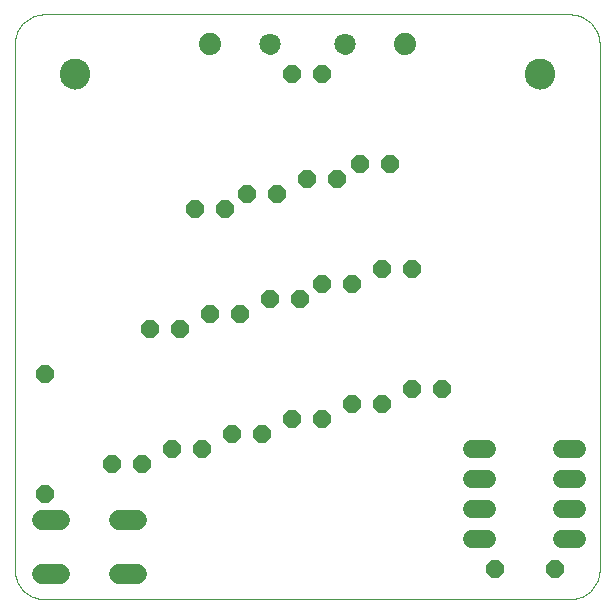
<source format=gts>
G75*
G70*
%OFA0B0*%
%FSLAX24Y24*%
%IPPOS*%
%LPD*%
%AMOC8*
5,1,8,0,0,1.08239X$1,22.5*
%
%ADD10C,0.0000*%
%ADD11C,0.1025*%
%ADD12C,0.0710*%
%ADD13OC8,0.0600*%
%ADD14C,0.0600*%
%ADD15C,0.0680*%
%ADD16C,0.0740*%
D10*
X000655Y001655D02*
X000655Y019155D01*
X000657Y019215D01*
X000662Y019276D01*
X000671Y019335D01*
X000684Y019394D01*
X000700Y019453D01*
X000720Y019510D01*
X000743Y019565D01*
X000770Y019620D01*
X000799Y019672D01*
X000832Y019723D01*
X000868Y019772D01*
X000906Y019818D01*
X000948Y019862D01*
X000992Y019904D01*
X001038Y019942D01*
X001087Y019978D01*
X001138Y020011D01*
X001190Y020040D01*
X001245Y020067D01*
X001300Y020090D01*
X001357Y020110D01*
X001416Y020126D01*
X001475Y020139D01*
X001534Y020148D01*
X001595Y020153D01*
X001655Y020155D01*
X019155Y020155D01*
X019215Y020153D01*
X019276Y020148D01*
X019335Y020139D01*
X019394Y020126D01*
X019453Y020110D01*
X019510Y020090D01*
X019565Y020067D01*
X019620Y020040D01*
X019672Y020011D01*
X019723Y019978D01*
X019772Y019942D01*
X019818Y019904D01*
X019862Y019862D01*
X019904Y019818D01*
X019942Y019772D01*
X019978Y019723D01*
X020011Y019672D01*
X020040Y019620D01*
X020067Y019565D01*
X020090Y019510D01*
X020110Y019453D01*
X020126Y019394D01*
X020139Y019335D01*
X020148Y019276D01*
X020153Y019215D01*
X020155Y019155D01*
X020155Y001655D01*
X020153Y001595D01*
X020148Y001534D01*
X020139Y001475D01*
X020126Y001416D01*
X020110Y001357D01*
X020090Y001300D01*
X020067Y001245D01*
X020040Y001190D01*
X020011Y001138D01*
X019978Y001087D01*
X019942Y001038D01*
X019904Y000992D01*
X019862Y000948D01*
X019818Y000906D01*
X019772Y000868D01*
X019723Y000832D01*
X019672Y000799D01*
X019620Y000770D01*
X019565Y000743D01*
X019510Y000720D01*
X019453Y000700D01*
X019394Y000684D01*
X019335Y000671D01*
X019276Y000662D01*
X019215Y000657D01*
X019155Y000655D01*
X001655Y000655D01*
X001595Y000657D01*
X001534Y000662D01*
X001475Y000671D01*
X001416Y000684D01*
X001357Y000700D01*
X001300Y000720D01*
X001245Y000743D01*
X001190Y000770D01*
X001138Y000799D01*
X001087Y000832D01*
X001038Y000868D01*
X000992Y000906D01*
X000948Y000948D01*
X000906Y000992D01*
X000868Y001038D01*
X000832Y001087D01*
X000799Y001138D01*
X000770Y001190D01*
X000743Y001245D01*
X000720Y001300D01*
X000700Y001357D01*
X000684Y001416D01*
X000671Y001475D01*
X000662Y001534D01*
X000657Y001595D01*
X000655Y001655D01*
X002183Y018155D02*
X002185Y018198D01*
X002191Y018240D01*
X002201Y018282D01*
X002214Y018323D01*
X002231Y018363D01*
X002252Y018400D01*
X002276Y018436D01*
X002303Y018469D01*
X002333Y018500D01*
X002366Y018528D01*
X002401Y018553D01*
X002438Y018574D01*
X002477Y018592D01*
X002517Y018606D01*
X002559Y018617D01*
X002601Y018624D01*
X002644Y018627D01*
X002687Y018626D01*
X002730Y018621D01*
X002772Y018612D01*
X002813Y018600D01*
X002853Y018584D01*
X002891Y018564D01*
X002927Y018541D01*
X002961Y018514D01*
X002993Y018485D01*
X003021Y018453D01*
X003047Y018418D01*
X003069Y018382D01*
X003088Y018343D01*
X003103Y018303D01*
X003115Y018262D01*
X003123Y018219D01*
X003127Y018176D01*
X003127Y018134D01*
X003123Y018091D01*
X003115Y018048D01*
X003103Y018007D01*
X003088Y017967D01*
X003069Y017928D01*
X003047Y017892D01*
X003021Y017857D01*
X002993Y017825D01*
X002961Y017796D01*
X002927Y017769D01*
X002891Y017746D01*
X002853Y017726D01*
X002813Y017710D01*
X002772Y017698D01*
X002730Y017689D01*
X002687Y017684D01*
X002644Y017683D01*
X002601Y017686D01*
X002559Y017693D01*
X002517Y017704D01*
X002477Y017718D01*
X002438Y017736D01*
X002401Y017757D01*
X002366Y017782D01*
X002333Y017810D01*
X002303Y017841D01*
X002276Y017874D01*
X002252Y017910D01*
X002231Y017947D01*
X002214Y017987D01*
X002201Y018028D01*
X002191Y018070D01*
X002185Y018112D01*
X002183Y018155D01*
X008840Y019155D02*
X008842Y019190D01*
X008848Y019225D01*
X008858Y019259D01*
X008871Y019292D01*
X008888Y019323D01*
X008909Y019351D01*
X008932Y019378D01*
X008959Y019401D01*
X008987Y019422D01*
X009018Y019439D01*
X009051Y019452D01*
X009085Y019462D01*
X009120Y019468D01*
X009155Y019470D01*
X009190Y019468D01*
X009225Y019462D01*
X009259Y019452D01*
X009292Y019439D01*
X009323Y019422D01*
X009351Y019401D01*
X009378Y019378D01*
X009401Y019351D01*
X009422Y019323D01*
X009439Y019292D01*
X009452Y019259D01*
X009462Y019225D01*
X009468Y019190D01*
X009470Y019155D01*
X009468Y019120D01*
X009462Y019085D01*
X009452Y019051D01*
X009439Y019018D01*
X009422Y018987D01*
X009401Y018959D01*
X009378Y018932D01*
X009351Y018909D01*
X009323Y018888D01*
X009292Y018871D01*
X009259Y018858D01*
X009225Y018848D01*
X009190Y018842D01*
X009155Y018840D01*
X009120Y018842D01*
X009085Y018848D01*
X009051Y018858D01*
X009018Y018871D01*
X008987Y018888D01*
X008959Y018909D01*
X008932Y018932D01*
X008909Y018959D01*
X008888Y018987D01*
X008871Y019018D01*
X008858Y019051D01*
X008848Y019085D01*
X008842Y019120D01*
X008840Y019155D01*
X011340Y019155D02*
X011342Y019190D01*
X011348Y019225D01*
X011358Y019259D01*
X011371Y019292D01*
X011388Y019323D01*
X011409Y019351D01*
X011432Y019378D01*
X011459Y019401D01*
X011487Y019422D01*
X011518Y019439D01*
X011551Y019452D01*
X011585Y019462D01*
X011620Y019468D01*
X011655Y019470D01*
X011690Y019468D01*
X011725Y019462D01*
X011759Y019452D01*
X011792Y019439D01*
X011823Y019422D01*
X011851Y019401D01*
X011878Y019378D01*
X011901Y019351D01*
X011922Y019323D01*
X011939Y019292D01*
X011952Y019259D01*
X011962Y019225D01*
X011968Y019190D01*
X011970Y019155D01*
X011968Y019120D01*
X011962Y019085D01*
X011952Y019051D01*
X011939Y019018D01*
X011922Y018987D01*
X011901Y018959D01*
X011878Y018932D01*
X011851Y018909D01*
X011823Y018888D01*
X011792Y018871D01*
X011759Y018858D01*
X011725Y018848D01*
X011690Y018842D01*
X011655Y018840D01*
X011620Y018842D01*
X011585Y018848D01*
X011551Y018858D01*
X011518Y018871D01*
X011487Y018888D01*
X011459Y018909D01*
X011432Y018932D01*
X011409Y018959D01*
X011388Y018987D01*
X011371Y019018D01*
X011358Y019051D01*
X011348Y019085D01*
X011342Y019120D01*
X011340Y019155D01*
X017683Y018155D02*
X017685Y018198D01*
X017691Y018240D01*
X017701Y018282D01*
X017714Y018323D01*
X017731Y018363D01*
X017752Y018400D01*
X017776Y018436D01*
X017803Y018469D01*
X017833Y018500D01*
X017866Y018528D01*
X017901Y018553D01*
X017938Y018574D01*
X017977Y018592D01*
X018017Y018606D01*
X018059Y018617D01*
X018101Y018624D01*
X018144Y018627D01*
X018187Y018626D01*
X018230Y018621D01*
X018272Y018612D01*
X018313Y018600D01*
X018353Y018584D01*
X018391Y018564D01*
X018427Y018541D01*
X018461Y018514D01*
X018493Y018485D01*
X018521Y018453D01*
X018547Y018418D01*
X018569Y018382D01*
X018588Y018343D01*
X018603Y018303D01*
X018615Y018262D01*
X018623Y018219D01*
X018627Y018176D01*
X018627Y018134D01*
X018623Y018091D01*
X018615Y018048D01*
X018603Y018007D01*
X018588Y017967D01*
X018569Y017928D01*
X018547Y017892D01*
X018521Y017857D01*
X018493Y017825D01*
X018461Y017796D01*
X018427Y017769D01*
X018391Y017746D01*
X018353Y017726D01*
X018313Y017710D01*
X018272Y017698D01*
X018230Y017689D01*
X018187Y017684D01*
X018144Y017683D01*
X018101Y017686D01*
X018059Y017693D01*
X018017Y017704D01*
X017977Y017718D01*
X017938Y017736D01*
X017901Y017757D01*
X017866Y017782D01*
X017833Y017810D01*
X017803Y017841D01*
X017776Y017874D01*
X017752Y017910D01*
X017731Y017947D01*
X017714Y017987D01*
X017701Y018028D01*
X017691Y018070D01*
X017685Y018112D01*
X017683Y018155D01*
D11*
X018155Y018155D03*
X002655Y018155D03*
D12*
X009155Y019155D03*
X011655Y019155D03*
D13*
X010905Y018155D03*
X009905Y018155D03*
X012155Y015155D03*
X011405Y014655D03*
X010405Y014655D03*
X009405Y014155D03*
X008405Y014155D03*
X007655Y013655D03*
X006655Y013655D03*
X009155Y010655D03*
X008155Y010155D03*
X007155Y010155D03*
X006155Y009655D03*
X005155Y009655D03*
X001655Y008155D03*
X003905Y005155D03*
X004905Y005155D03*
X005905Y005655D03*
X006905Y005655D03*
X007905Y006155D03*
X008905Y006155D03*
X009905Y006655D03*
X010905Y006655D03*
X011905Y007155D03*
X012905Y007155D03*
X013905Y007655D03*
X014905Y007655D03*
X011905Y011155D03*
X010905Y011155D03*
X010155Y010655D03*
X012905Y011655D03*
X013905Y011655D03*
X013155Y015155D03*
X001655Y004155D03*
X016655Y001655D03*
X018655Y001655D03*
D14*
X018895Y002655D02*
X019415Y002655D01*
X019415Y003655D02*
X018895Y003655D01*
X018895Y004655D02*
X019415Y004655D01*
X019415Y005655D02*
X018895Y005655D01*
X016415Y005655D02*
X015895Y005655D01*
X015895Y004655D02*
X016415Y004655D01*
X016415Y003655D02*
X015895Y003655D01*
X015895Y002655D02*
X016415Y002655D01*
D15*
X004735Y003295D02*
X004135Y003295D01*
X004135Y001515D02*
X004735Y001515D01*
X002175Y001515D02*
X001575Y001515D01*
X001575Y003295D02*
X002175Y003295D01*
D16*
X007155Y019155D03*
X013655Y019155D03*
M02*

</source>
